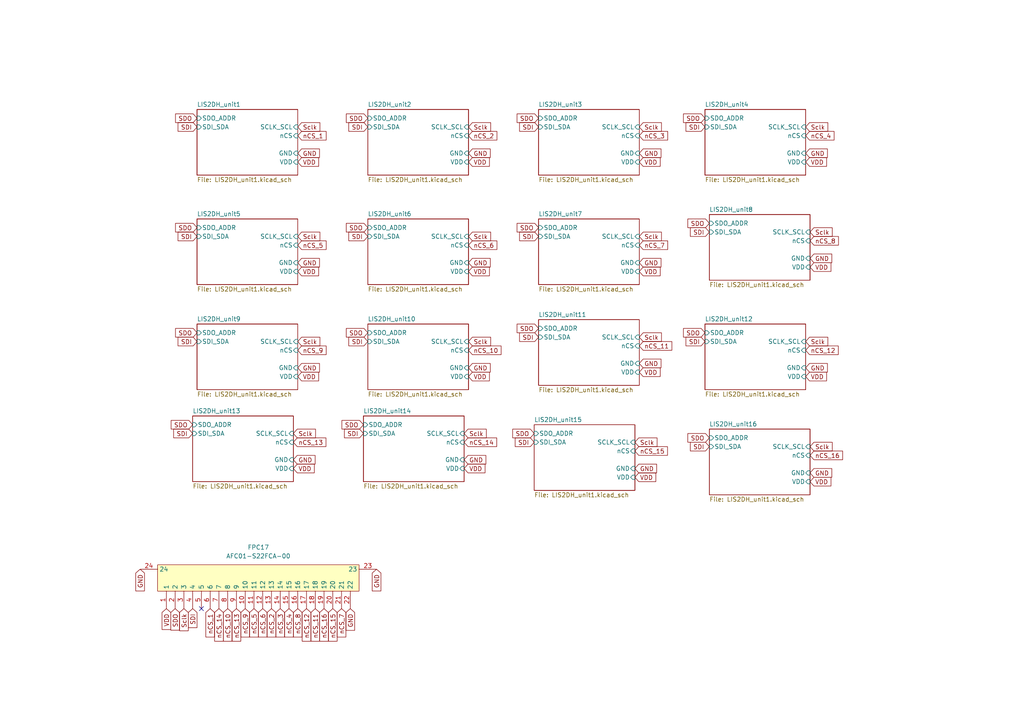
<source format=kicad_sch>
(kicad_sch (version 20231120) (generator "eeschema") (generator_version "8.0")
  (paper "A4")
  (title_block (title "Vibraptic Grid 9x9") (date "2023-05-18") (rev "1.0") (company "Imperial College") (comment 1 "Author: Alexis DEVILLARD"))
  (lib_symbols
    (symbol "00_lcsc:AFC01-S22FCA-00"
      (property "Reference" "FPC" (at 0 39.37 0))
      (property "Value" "AFC01-S22FCA-00" (at 0 -39.37 0))
      (symbol "AFC01-S22FCA-00_0_1"
        (rectangle (start -1.27 29.21) (end 6.35 -29.21) (fill (type background)))
        (pin unspecified line (at -6.35 26.67 0) (length 5.08) (name "1") (number "1"))
        (pin unspecified line (at -6.35 3.81 0) (length 5.08) (name "10") (number "10"))
        (pin unspecified line (at -6.35 1.27 0) (length 5.08) (name "11") (number "11"))
        (pin unspecified line (at -6.35 -1.27 0) (length 5.08) (name "12") (number "12"))
        (pin unspecified line (at -6.35 -3.81 0) (length 5.08) (name "13") (number "13"))
        (pin unspecified line (at -6.35 -6.35 0) (length 5.08) (name "14") (number "14"))
        (pin unspecified line (at -6.35 -8.89 0) (length 5.08) (name "15") (number "15"))
        (pin unspecified line (at -6.35 -11.43 0) (length 5.08) (name "16") (number "16"))
        (pin unspecified line (at -6.35 -13.97 0) (length 5.08) (name "17") (number "17"))
        (pin unspecified line (at -6.35 -16.51 0) (length 5.08) (name "18") (number "18"))
        (pin unspecified line (at -6.35 -19.05 0) (length 5.08) (name "19") (number "19"))
        (pin unspecified line (at -6.35 24.13 0) (length 5.08) (name "2") (number "2"))
        (pin unspecified line (at -6.35 -21.59 0) (length 5.08) (name "20") (number "20"))
        (pin unspecified line (at -6.35 -24.13 0) (length 5.08) (name "21") (number "21"))
        (pin unspecified line (at -6.35 -26.67 0) (length 5.08) (name "22") (number "22"))
        (pin unspecified line (at 5.08 -34.29 90) (length 5.08) (name "23") (number "23"))
        (pin unspecified line (at 5.08 34.29 270) (length 5.08) (name "24") (number "24"))
        (pin unspecified line (at -6.35 21.59 0) (length 5.08) (name "3") (number "3"))
        (pin unspecified line (at -6.35 19.05 0) (length 5.08) (name "4") (number "4"))
        (pin unspecified line (at -6.35 16.51 0) (length 5.08) (name "5") (number "5"))
        (pin unspecified line (at -6.35 13.97 0) (length 5.08) (name "6") (number "6"))
        (pin unspecified line (at -6.35 11.43 0) (length 5.08) (name "7") (number "7"))
        (pin unspecified line (at -6.35 8.89 0) (length 5.08) (name "8") (number "8"))
        (pin unspecified line (at -6.35 6.35 0) (length 5.08) (name "9") (number "9"))
      )
    )
  )
  (no_connect (at 58.42 176.53))
  (global_label "SDI" (shape input) (at 57.15 68.58 180) (property "Intersheetrefs" "${INTERSHEET_REFS}" (effects (hide yes))))
  (global_label "Sclk" (shape input) (at 85.09 125.73 0) (property "Intersheetrefs" "${INTERSHEET_REFS}" (effects (hide yes))))
  (global_label "nCS_11" (shape input) (at 91.44 176.53 270) (property "Intersheetrefs" "${INTERSHEET_REFS}" (effects (hide yes))))
  (global_label "SDI" (shape input) (at 105.41 125.73 180) (property "Intersheetrefs" "${INTERSHEET_REFS}" (effects (hide yes))))
  (global_label "VDD" (shape input) (at 185.42 107.95 0) (property "Intersheetrefs" "${INTERSHEET_REFS}" (effects (hide yes))))
  (global_label "VDD" (shape input) (at 85.09 135.89 0) (property "Intersheetrefs" "${INTERSHEET_REFS}" (effects (hide yes))))
  (global_label "GND" (shape input) (at 135.89 106.68 0) (property "Intersheetrefs" "${INTERSHEET_REFS}" (effects (hide yes))))
  (global_label "SDO" (shape input) (at 50.8 176.53 270) (property "Intersheetrefs" "${INTERSHEET_REFS}" (effects (hide yes))))
  (global_label "GND" (shape input) (at 234.95 74.93 0) (property "Intersheetrefs" "${INTERSHEET_REFS}" (effects (hide yes))))
  (global_label "SDO" (shape input) (at 57.15 34.29 180) (property "Intersheetrefs" "${INTERSHEET_REFS}" (effects (hide yes))))
  (global_label "GND" (shape input) (at 40.64 165.1 270) (property "Intersheetrefs" "${INTERSHEET_REFS}" (effects (hide yes))))
  (global_label "VDD" (shape input) (at 234.95 77.47 0) (property "Intersheetrefs" "${INTERSHEET_REFS}" (effects (hide yes))))
  (global_label "GND" (shape input) (at 85.09 133.35 0) (property "Intersheetrefs" "${INTERSHEET_REFS}" (effects (hide yes))))
  (global_label "Sclk" (shape input) (at 86.36 36.83 0) (property "Intersheetrefs" "${INTERSHEET_REFS}" (effects (hide yes))))
  (global_label "SDI" (shape input) (at 154.94 128.27 180) (property "Intersheetrefs" "${INTERSHEET_REFS}" (effects (hide yes))))
  (global_label "SDO" (shape input) (at 205.74 127 180) (property "Intersheetrefs" "${INTERSHEET_REFS}" (effects (hide yes))))
  (global_label "GND" (shape input) (at 109.22 165.1 270) (property "Intersheetrefs" "${INTERSHEET_REFS}" (effects (hide yes))))
  (global_label "nCS_10" (shape input) (at 66.04 176.53 270) (property "Intersheetrefs" "${INTERSHEET_REFS}" (effects (hide yes))))
  (global_label "nCS_1" (shape input) (at 60.96 176.53 270) (property "Intersheetrefs" "${INTERSHEET_REFS}" (effects (hide yes))))
  (global_label "SDI" (shape input) (at 106.68 99.06 180) (property "Intersheetrefs" "${INTERSHEET_REFS}" (effects (hide yes))))
  (global_label "nCS_4" (shape input) (at 83.82 176.53 270) (property "Intersheetrefs" "${INTERSHEET_REFS}" (effects (hide yes))))
  (global_label "nCS_14" (shape input) (at 134.62 128.27 0) (property "Intersheetrefs" "${INTERSHEET_REFS}" (effects (hide yes))))
  (global_label "Sclk" (shape input) (at 184.15 128.27 0) (property "Intersheetrefs" "${INTERSHEET_REFS}" (effects (hide yes))))
  (global_label "Sclk" (shape input) (at 135.89 68.58 0) (property "Intersheetrefs" "${INTERSHEET_REFS}" (effects (hide yes))))
  (global_label "nCS_9" (shape input) (at 71.12 176.53 270) (property "Intersheetrefs" "${INTERSHEET_REFS}" (effects (hide yes))))
  (global_label "SDO" (shape input) (at 106.68 34.29 180) (property "Intersheetrefs" "${INTERSHEET_REFS}" (effects (hide yes))))
  (global_label "SDO" (shape input) (at 57.15 66.04 180) (property "Intersheetrefs" "${INTERSHEET_REFS}" (effects (hide yes))))
  (global_label "SDI" (shape input) (at 205.74 67.31 180) (property "Intersheetrefs" "${INTERSHEET_REFS}" (effects (hide yes))))
  (global_label "SDI" (shape input) (at 204.47 99.06 180) (property "Intersheetrefs" "${INTERSHEET_REFS}" (effects (hide yes))))
  (global_label "nCS_7" (shape input) (at 99.06 176.53 270) (property "Intersheetrefs" "${INTERSHEET_REFS}" (effects (hide yes))))
  (global_label "Sclk" (shape input) (at 53.34 176.53 270) (property "Intersheetrefs" "${INTERSHEET_REFS}" (effects (hide yes))))
  (global_label "nCS_7" (shape input) (at 185.42 71.12 0) (property "Intersheetrefs" "${INTERSHEET_REFS}" (effects (hide yes))))
  (global_label "GND" (shape input) (at 185.42 76.2 0) (property "Intersheetrefs" "${INTERSHEET_REFS}" (effects (hide yes))))
  (global_label "SDO" (shape input) (at 106.68 66.04 180) (property "Intersheetrefs" "${INTERSHEET_REFS}" (effects (hide yes))))
  (global_label "SDI" (shape input) (at 156.21 36.83 180) (property "Intersheetrefs" "${INTERSHEET_REFS}" (effects (hide yes))))
  (global_label "Sclk" (shape input) (at 234.95 67.31 0) (property "Intersheetrefs" "${INTERSHEET_REFS}" (effects (hide yes))))
  (global_label "GND" (shape input) (at 86.36 76.2 0) (property "Intersheetrefs" "${INTERSHEET_REFS}" (effects (hide yes))))
  (global_label "nCS_5" (shape input) (at 86.36 71.12 0) (property "Intersheetrefs" "${INTERSHEET_REFS}" (effects (hide yes))))
  (global_label "VDD" (shape input) (at 134.62 135.89 0) (property "Intersheetrefs" "${INTERSHEET_REFS}" (effects (hide yes))))
  (global_label "SDO" (shape input) (at 204.47 34.29 180) (property "Intersheetrefs" "${INTERSHEET_REFS}" (effects (hide yes))))
  (global_label "SDO" (shape input) (at 57.15 96.52 180) (property "Intersheetrefs" "${INTERSHEET_REFS}" (effects (hide yes))))
  (global_label "GND" (shape input) (at 233.68 44.45 0) (property "Intersheetrefs" "${INTERSHEET_REFS}" (effects (hide yes))))
  (global_label "nCS_2" (shape input) (at 135.89 39.37 0) (property "Intersheetrefs" "${INTERSHEET_REFS}" (effects (hide yes))))
  (global_label "nCS_16" (shape input) (at 234.95 132.08 0) (property "Intersheetrefs" "${INTERSHEET_REFS}" (effects (hide yes))))
  (global_label "GND" (shape input) (at 101.6 176.53 270) (property "Intersheetrefs" "${INTERSHEET_REFS}" (effects (hide yes))))
  (global_label "SDO" (shape input) (at 55.88 123.19 180) (property "Intersheetrefs" "${INTERSHEET_REFS}" (effects (hide yes))))
  (global_label "Sclk" (shape input) (at 86.36 99.06 0) (property "Intersheetrefs" "${INTERSHEET_REFS}" (effects (hide yes))))
  (global_label "SDI" (shape input) (at 156.21 68.58 180) (property "Intersheetrefs" "${INTERSHEET_REFS}" (effects (hide yes))))
  (global_label "SDI" (shape input) (at 205.74 129.54 180) (property "Intersheetrefs" "${INTERSHEET_REFS}" (effects (hide yes))))
  (global_label "nCS_1" (shape input) (at 86.36 39.37 0) (property "Intersheetrefs" "${INTERSHEET_REFS}" (effects (hide yes))))
  (global_label "GND" (shape input) (at 135.89 76.2 0) (property "Intersheetrefs" "${INTERSHEET_REFS}" (effects (hide yes))))
  (global_label "Sclk" (shape input) (at 185.42 97.79 0) (property "Intersheetrefs" "${INTERSHEET_REFS}" (effects (hide yes))))
  (global_label "nCS_16" (shape input) (at 93.98 176.53 270) (property "Intersheetrefs" "${INTERSHEET_REFS}" (effects (hide yes))))
  (global_label "VDD" (shape input) (at 185.42 46.99 0) (property "Intersheetrefs" "${INTERSHEET_REFS}" (effects (hide yes))))
  (global_label "nCS_10" (shape input) (at 135.89 101.6 0) (property "Intersheetrefs" "${INTERSHEET_REFS}" (effects (hide yes))))
  (global_label "SDO" (shape input) (at 156.21 95.25 180) (property "Intersheetrefs" "${INTERSHEET_REFS}" (effects (hide yes))))
  (global_label "SDI" (shape input) (at 156.21 97.79 180) (property "Intersheetrefs" "${INTERSHEET_REFS}" (effects (hide yes))))
  (global_label "nCS_9" (shape input) (at 86.36 101.6 0) (property "Intersheetrefs" "${INTERSHEET_REFS}" (effects (hide yes))))
  (global_label "nCS_6" (shape input) (at 135.89 71.12 0) (property "Intersheetrefs" "${INTERSHEET_REFS}" (effects (hide yes))))
  (global_label "Sclk" (shape input) (at 233.68 36.83 0) (property "Intersheetrefs" "${INTERSHEET_REFS}" (effects (hide yes))))
  (global_label "GND" (shape input) (at 86.36 106.68 0) (property "Intersheetrefs" "${INTERSHEET_REFS}" (effects (hide yes))))
  (global_label "SDI" (shape input) (at 204.47 36.83 180) (property "Intersheetrefs" "${INTERSHEET_REFS}" (effects (hide yes))))
  (global_label "GND" (shape input) (at 134.62 133.35 0) (property "Intersheetrefs" "${INTERSHEET_REFS}" (effects (hide yes))))
  (global_label "Sclk" (shape input) (at 135.89 99.06 0) (property "Intersheetrefs" "${INTERSHEET_REFS}" (effects (hide yes))))
  (global_label "SDO" (shape input) (at 154.94 125.73 180) (property "Intersheetrefs" "${INTERSHEET_REFS}" (effects (hide yes))))
  (global_label "nCS_11" (shape input) (at 185.42 100.33 0) (property "Intersheetrefs" "${INTERSHEET_REFS}" (effects (hide yes))))
  (global_label "SDI" (shape input) (at 57.15 36.83 180) (property "Intersheetrefs" "${INTERSHEET_REFS}" (effects (hide yes))))
  (global_label "VDD" (shape input) (at 135.89 109.22 0) (property "Intersheetrefs" "${INTERSHEET_REFS}" (effects (hide yes))))
  (global_label "nCS_15" (shape input) (at 184.15 130.81 0) (property "Intersheetrefs" "${INTERSHEET_REFS}" (effects (hide yes))))
  (global_label "nCS_5" (shape input) (at 73.66 176.53 270) (property "Intersheetrefs" "${INTERSHEET_REFS}" (effects (hide yes))))
  (global_label "nCS_8" (shape input) (at 234.95 69.85 0) (property "Intersheetrefs" "${INTERSHEET_REFS}" (effects (hide yes))))
  (global_label "SDI" (shape input) (at 55.88 125.73 180) (property "Intersheetrefs" "${INTERSHEET_REFS}" (effects (hide yes))))
  (global_label "Sclk" (shape input) (at 233.68 99.06 0) (property "Intersheetrefs" "${INTERSHEET_REFS}" (effects (hide yes))))
  (global_label "SDO" (shape input) (at 105.41 123.19 180) (property "Intersheetrefs" "${INTERSHEET_REFS}" (effects (hide yes))))
  (global_label "GND" (shape input) (at 135.89 44.45 0) (property "Intersheetrefs" "${INTERSHEET_REFS}" (effects (hide yes))))
  (global_label "VDD" (shape input) (at 185.42 78.74 0) (property "Intersheetrefs" "${INTERSHEET_REFS}" (effects (hide yes))))
  (global_label "GND" (shape input) (at 184.15 135.89 0) (property "Intersheetrefs" "${INTERSHEET_REFS}" (effects (hide yes))))
  (global_label "nCS_12" (shape input) (at 233.68 101.6 0) (property "Intersheetrefs" "${INTERSHEET_REFS}" (effects (hide yes))))
  (global_label "VDD" (shape input) (at 135.89 78.74 0) (property "Intersheetrefs" "${INTERSHEET_REFS}" (effects (hide yes))))
  (global_label "nCS_6" (shape input) (at 76.2 176.53 270) (property "Intersheetrefs" "${INTERSHEET_REFS}" (effects (hide yes))))
  (global_label "VDD" (shape input) (at 86.36 78.74 0) (property "Intersheetrefs" "${INTERSHEET_REFS}" (effects (hide yes))))
  (global_label "nCS_2" (shape input) (at 78.74 176.53 270) (property "Intersheetrefs" "${INTERSHEET_REFS}" (effects (hide yes))))
  (global_label "VDD" (shape input) (at 233.68 46.99 0) (property "Intersheetrefs" "${INTERSHEET_REFS}" (effects (hide yes))))
  (global_label "Sclk" (shape input) (at 234.95 129.54 0) (property "Intersheetrefs" "${INTERSHEET_REFS}" (effects (hide yes))))
  (global_label "nCS_8" (shape input) (at 86.36 176.53 270) (property "Intersheetrefs" "${INTERSHEET_REFS}" (effects (hide yes))))
  (global_label "nCS_13" (shape input) (at 85.09 128.27 0) (property "Intersheetrefs" "${INTERSHEET_REFS}" (effects (hide yes))))
  (global_label "SDI" (shape input) (at 55.88 176.53 270) (property "Intersheetrefs" "${INTERSHEET_REFS}" (effects (hide yes))))
  (global_label "Sclk" (shape input) (at 185.42 68.58 0) (property "Intersheetrefs" "${INTERSHEET_REFS}" (effects (hide yes))))
  (global_label "SDO" (shape input) (at 204.47 96.52 180) (property "Intersheetrefs" "${INTERSHEET_REFS}" (effects (hide yes))))
  (global_label "SDO" (shape input) (at 205.74 64.77 180) (property "Intersheetrefs" "${INTERSHEET_REFS}" (effects (hide yes))))
  (global_label "VDD" (shape input) (at 233.68 109.22 0) (property "Intersheetrefs" "${INTERSHEET_REFS}" (effects (hide yes))))
  (global_label "SDI" (shape input) (at 57.15 99.06 180) (property "Intersheetrefs" "${INTERSHEET_REFS}" (effects (hide yes))))
  (global_label "SDO" (shape input) (at 156.21 66.04 180) (property "Intersheetrefs" "${INTERSHEET_REFS}" (effects (hide yes))))
  (global_label "SDI" (shape input) (at 106.68 36.83 180) (property "Intersheetrefs" "${INTERSHEET_REFS}" (effects (hide yes))))
  (global_label "nCS_12" (shape input) (at 88.9 176.53 270) (property "Intersheetrefs" "${INTERSHEET_REFS}" (effects (hide yes))))
  (global_label "GND" (shape input) (at 233.68 106.68 0) (property "Intersheetrefs" "${INTERSHEET_REFS}" (effects (hide yes))))
  (global_label "nCS_4" (shape input) (at 233.68 39.37 0) (property "Intersheetrefs" "${INTERSHEET_REFS}" (effects (hide yes))))
  (global_label "Sclk" (shape input) (at 135.89 36.83 0) (property "Intersheetrefs" "${INTERSHEET_REFS}" (effects (hide yes))))
  (global_label "VDD" (shape input) (at 86.36 109.22 0) (property "Intersheetrefs" "${INTERSHEET_REFS}" (effects (hide yes))))
  (global_label "GND" (shape input) (at 185.42 44.45 0) (property "Intersheetrefs" "${INTERSHEET_REFS}" (effects (hide yes))))
  (global_label "Sclk" (shape input) (at 134.62 125.73 0) (property "Intersheetrefs" "${INTERSHEET_REFS}" (effects (hide yes))))
  (global_label "nCS_3" (shape input) (at 185.42 39.37 0) (property "Intersheetrefs" "${INTERSHEET_REFS}" (effects (hide yes))))
  (global_label "nCS_14" (shape input) (at 63.5 176.53 270) (property "Intersheetrefs" "${INTERSHEET_REFS}" (effects (hide yes))))
  (global_label "GND" (shape input) (at 86.36 44.45 0) (property "Intersheetrefs" "${INTERSHEET_REFS}" (effects (hide yes))))
  (global_label "VDD" (shape input) (at 86.36 46.99 0) (property "Intersheetrefs" "${INTERSHEET_REFS}" (effects (hide yes))))
  (global_label "Sclk" (shape input) (at 185.42 36.83 0) (property "Intersheetrefs" "${INTERSHEET_REFS}" (effects (hide yes))))
  (global_label "Sclk" (shape input) (at 86.36 68.58 0) (property "Intersheetrefs" "${INTERSHEET_REFS}" (effects (hide yes))))
  (global_label "VDD" (shape input) (at 135.89 46.99 0) (property "Intersheetrefs" "${INTERSHEET_REFS}" (effects (hide yes))))
  (global_label "nCS_15" (shape input) (at 96.52 176.53 270) (property "Intersheetrefs" "${INTERSHEET_REFS}" (effects (hide yes))))
  (global_label "VDD" (shape input) (at 184.15 138.43 0) (property "Intersheetrefs" "${INTERSHEET_REFS}" (effects (hide yes))))
  (global_label "VDD" (shape input) (at 48.26 176.53 270) (property "Intersheetrefs" "${INTERSHEET_REFS}" (effects (hide yes))))
  (global_label "SDO" (shape input) (at 156.21 34.29 180) (property "Intersheetrefs" "${INTERSHEET_REFS}" (effects (hide yes))))
  (global_label "nCS_3" (shape input) (at 81.28 176.53 270) (property "Intersheetrefs" "${INTERSHEET_REFS}" (effects (hide yes))))
  (global_label "GND" (shape input) (at 185.42 105.41 0) (property "Intersheetrefs" "${INTERSHEET_REFS}" (effects (hide yes))))
  (global_label "SDO" (shape input) (at 106.68 96.52 180) (property "Intersheetrefs" "${INTERSHEET_REFS}" (effects (hide yes))))
  (global_label "GND" (shape input) (at 234.95 137.16 0) (property "Intersheetrefs" "${INTERSHEET_REFS}" (effects (hide yes))))
  (global_label "nCS_13" (shape input) (at 68.58 176.53 270) (property "Intersheetrefs" "${INTERSHEET_REFS}" (effects (hide yes))))
  (global_label "SDI" (shape input) (at 106.68 68.58 180) (property "Intersheetrefs" "${INTERSHEET_REFS}" (effects (hide yes))))
  (global_label "VDD" (shape input) (at 234.95 139.7 0) (property "Intersheetrefs" "${INTERSHEET_REFS}" (effects (hide yes))))
  (symbol (lib_id "00_lcsc:AFC01-S22FCA-00") (at 74.93 170.18 90) (unit 1)
    (property "Reference" "FPC17" (at 74.93 158.75 90))
    (property "Value" "AFC01-S22FCA-00" (at 74.93 161.29 90))
    (property "Footprint" "00_lcsc:FPC-SMD_P0.5-22P_FGS-XJ-H2.0" (effects (hide yes)))
    (property "Datasheet" "https://lcsc.com/product-detail/Others_JUSHUO-AFC01-S22FCA-00_C262668.html" (effects (hide yes)))
    (property "LCSC Part" "C262668" (effects (hide yes)))
  )
  (sheet (at 57.15 93.98) (size 29.21 19.05) (stroke (width 0.1524))
    (property "Sheetname" "LIS2DH_unit9" (at 57.15 93.2684 0) (effects (justify left bottom)))
    (property "Sheetfile" "LIS2DH_unit1.kicad_sch" (at 57.15 113.6146 0) (effects (justify left top)))
    (pin "GND" input (at 86.36 106.68 0))
    (pin "SDO_ADDR" input (at 57.15 96.52 180))
    (pin "SDI_SDA" input (at 57.15 99.06 180))
    (pin "nCS" input (at 86.36 101.6 0))
    (pin "SCLK_SCL" input (at 86.36 99.06 0))
    (pin "VDD" input (at 86.36 109.22 0))
  )
  (sheet (at 156.21 92.71) (size 29.21 19.05) (stroke (width 0.1524))
    (property "Sheetname" "LIS2DH_unit11" (at 156.21 91.9984 0) (effects (justify left bottom)))
    (property "Sheetfile" "LIS2DH_unit1.kicad_sch" (at 156.21 112.3446 0) (effects (justify left top)))
    (pin "GND" input (at 185.42 105.41 0))
    (pin "SDO_ADDR" input (at 156.21 95.25 180))
    (pin "SDI_SDA" input (at 156.21 97.79 180))
    (pin "nCS" input (at 185.42 100.33 0))
    (pin "SCLK_SCL" input (at 185.42 97.79 0))
    (pin "VDD" input (at 185.42 107.95 0))
  )
  (sheet (at 105.41 120.65) (size 29.21 19.05) (stroke (width 0.1524))
    (property "Sheetname" "LIS2DH_unit14" (at 105.41 119.9384 0) (effects (justify left bottom)))
    (property "Sheetfile" "LIS2DH_unit1.kicad_sch" (at 105.41 140.2846 0) (effects (justify left top)))
    (pin "GND" input (at 134.62 133.35 0))
    (pin "SDO_ADDR" input (at 105.41 123.19 180))
    (pin "SDI_SDA" input (at 105.41 125.73 180))
    (pin "nCS" input (at 134.62 128.27 0))
    (pin "SCLK_SCL" input (at 134.62 125.73 0))
    (pin "VDD" input (at 134.62 135.89 0))
  )
  (sheet (at 204.47 31.75) (size 29.21 19.05) (stroke (width 0.1524))
    (property "Sheetname" "LIS2DH_unit4" (at 204.47 31.0384 0) (effects (justify left bottom)))
    (property "Sheetfile" "LIS2DH_unit1.kicad_sch" (at 204.47 51.3846 0) (effects (justify left top)))
    (pin "GND" input (at 233.68 44.45 0))
    (pin "SDO_ADDR" input (at 204.47 34.29 180))
    (pin "SDI_SDA" input (at 204.47 36.83 180))
    (pin "nCS" input (at 233.68 39.37 0))
    (pin "SCLK_SCL" input (at 233.68 36.83 0))
    (pin "VDD" input (at 233.68 46.99 0))
  )
  (sheet (at 57.15 63.5) (size 29.21 19.05) (stroke (width 0.1524))
    (property "Sheetname" "LIS2DH_unit5" (at 57.15 62.7884 0) (effects (justify left bottom)))
    (property "Sheetfile" "LIS2DH_unit1.kicad_sch" (at 57.15 83.1346 0) (effects (justify left top)))
    (pin "GND" input (at 86.36 76.2 0))
    (pin "SDO_ADDR" input (at 57.15 66.04 180))
    (pin "SDI_SDA" input (at 57.15 68.58 180))
    (pin "nCS" input (at 86.36 71.12 0))
    (pin "SCLK_SCL" input (at 86.36 68.58 0))
    (pin "VDD" input (at 86.36 78.74 0))
  )
  (sheet (at 106.68 93.98) (size 29.21 19.05) (stroke (width 0.1524))
    (property "Sheetname" "LIS2DH_unit10" (at 106.68 93.2684 0) (effects (justify left bottom)))
    (property "Sheetfile" "LIS2DH_unit1.kicad_sch" (at 106.68 113.6146 0) (effects (justify left top)))
    (pin "GND" input (at 135.89 106.68 0))
    (pin "SDO_ADDR" input (at 106.68 96.52 180))
    (pin "SDI_SDA" input (at 106.68 99.06 180))
    (pin "nCS" input (at 135.89 101.6 0))
    (pin "SCLK_SCL" input (at 135.89 99.06 0))
    (pin "VDD" input (at 135.89 109.22 0))
  )
  (sheet (at 204.47 93.98) (size 29.21 19.05) (stroke (width 0.1524))
    (property "Sheetname" "LIS2DH_unit12" (at 204.47 93.2684 0) (effects (justify left bottom)))
    (property "Sheetfile" "LIS2DH_unit1.kicad_sch" (at 204.47 113.6146 0) (effects (justify left top)))
    (pin "GND" input (at 233.68 106.68 0))
    (pin "SDO_ADDR" input (at 204.47 96.52 180))
    (pin "SDI_SDA" input (at 204.47 99.06 180))
    (pin "nCS" input (at 233.68 101.6 0))
    (pin "SCLK_SCL" input (at 233.68 99.06 0))
    (pin "VDD" input (at 233.68 109.22 0))
  )
  (sheet (at 106.68 31.75) (size 29.21 19.05) (stroke (width 0.1524))
    (property "Sheetname" "LIS2DH_unit2" (at 106.68 31.0384 0) (effects (justify left bottom)))
    (property "Sheetfile" "LIS2DH_unit1.kicad_sch" (at 106.68 51.3846 0) (effects (justify left top)))
    (pin "GND" input (at 135.89 44.45 0))
    (pin "SDO_ADDR" input (at 106.68 34.29 180))
    (pin "SDI_SDA" input (at 106.68 36.83 180))
    (pin "nCS" input (at 135.89 39.37 0))
    (pin "SCLK_SCL" input (at 135.89 36.83 0))
    (pin "VDD" input (at 135.89 46.99 0))
  )
  (sheet (at 205.74 124.46) (size 29.21 19.05) (stroke (width 0.1524))
    (property "Sheetname" "LIS2DH_unit16" (at 205.74 123.7484 0) (effects (justify left bottom)))
    (property "Sheetfile" "LIS2DH_unit1.kicad_sch" (at 205.74 144.0946 0) (effects (justify left top)))
    (pin "GND" input (at 234.95 137.16 0))
    (pin "SDO_ADDR" input (at 205.74 127 180))
    (pin "SDI_SDA" input (at 205.74 129.54 180))
    (pin "nCS" input (at 234.95 132.08 0))
    (pin "SCLK_SCL" input (at 234.95 129.54 0))
    (pin "VDD" input (at 234.95 139.7 0))
  )
  (sheet (at 55.88 120.65) (size 29.21 19.05) (stroke (width 0.1524))
    (property "Sheetname" "LIS2DH_unit13" (at 55.88 119.9384 0) (effects (justify left bottom)))
    (property "Sheetfile" "LIS2DH_unit1.kicad_sch" (at 55.88 140.2846 0) (effects (justify left top)))
    (pin "GND" input (at 85.09 133.35 0))
    (pin "SDO_ADDR" input (at 55.88 123.19 180))
    (pin "SDI_SDA" input (at 55.88 125.73 180))
    (pin "nCS" input (at 85.09 128.27 0))
    (pin "SCLK_SCL" input (at 85.09 125.73 0))
    (pin "VDD" input (at 85.09 135.89 0))
  )
  (sheet (at 106.68 63.5) (size 29.21 19.05) (stroke (width 0.1524))
    (property "Sheetname" "LIS2DH_unit6" (at 106.68 62.7884 0) (effects (justify left bottom)))
    (property "Sheetfile" "LIS2DH_unit1.kicad_sch" (at 106.68 83.1346 0) (effects (justify left top)))
    (pin "GND" input (at 135.89 76.2 0))
    (pin "SDO_ADDR" input (at 106.68 66.04 180))
    (pin "SDI_SDA" input (at 106.68 68.58 180))
    (pin "nCS" input (at 135.89 71.12 0))
    (pin "SCLK_SCL" input (at 135.89 68.58 0))
    (pin "VDD" input (at 135.89 78.74 0))
  )
  (sheet (at 57.15 31.75) (size 29.21 19.05) (stroke (width 0.1524))
    (property "Sheetname" "LIS2DH_unit1" (at 57.15 31.0384 0) (effects (justify left bottom)))
    (property "Sheetfile" "LIS2DH_unit1.kicad_sch" (at 57.15 51.3846 0) (effects (justify left top)))
    (pin "GND" input (at 86.36 44.45 0))
    (pin "SDO_ADDR" input (at 57.15 34.29 180))
    (pin "nCS" input (at 86.36 39.37 0))
    (pin "SCLK_SCL" input (at 86.36 36.83 0))
    (pin "VDD" input (at 86.36 46.99 0))
    (pin "SDI_SDA" input (at 57.15 36.83 180))
  )
  (sheet (at 156.21 31.75) (size 29.21 19.05) (stroke (width 0.1524))
    (property "Sheetname" "LIS2DH_unit3" (at 156.21 31.0384 0) (effects (justify left bottom)))
    (property "Sheetfile" "LIS2DH_unit1.kicad_sch" (at 156.21 51.3846 0) (effects (justify left top)))
    (pin "GND" input (at 185.42 44.45 0))
    (pin "SDO_ADDR" input (at 156.21 34.29 180))
    (pin "SDI_SDA" input (at 156.21 36.83 180))
    (pin "nCS" input (at 185.42 39.37 0))
    (pin "SCLK_SCL" input (at 185.42 36.83 0))
    (pin "VDD" input (at 185.42 46.99 0))
  )
  (sheet (at 154.94 123.19) (size 29.21 19.05) (stroke (width 0.1524))
    (property "Sheetname" "LIS2DH_unit15" (at 154.94 122.4784 0) (effects (justify left bottom)))
    (property "Sheetfile" "LIS2DH_unit1.kicad_sch" (at 154.94 142.8246 0) (effects (justify left top)))
    (pin "GND" input (at 184.15 135.89 0))
    (pin "SDO_ADDR" input (at 154.94 125.73 180))
    (pin "SDI_SDA" input (at 154.94 128.27 180))
    (pin "nCS" input (at 184.15 130.81 0))
    (pin "SCLK_SCL" input (at 184.15 128.27 0))
    (pin "VDD" input (at 184.15 138.43 0))
  )
  (sheet (at 205.74 62.23) (size 29.21 19.05) (stroke (width 0.1524))
    (property "Sheetname" "LIS2DH_unit8" (at 205.74 61.5184 0) (effects (justify left bottom)))
    (property "Sheetfile" "LIS2DH_unit1.kicad_sch" (at 205.74 81.8646 0) (effects (justify left top)))
    (pin "GND" input (at 234.95 74.93 0))
    (pin "SDO_ADDR" input (at 205.74 64.77 180))
    (pin "SDI_SDA" input (at 205.74 67.31 180))
    (pin "nCS" input (at 234.95 69.85 0))
    (pin "SCLK_SCL" input (at 234.95 67.31 0))
    (pin "VDD" input (at 234.95 77.47 0))
  )
  (sheet (at 156.21 63.5) (size 29.21 19.05) (stroke (width 0.1524))
    (property "Sheetname" "LIS2DH_unit7" (at 156.21 62.7884 0) (effects (justify left bottom)))
    (property "Sheetfile" "LIS2DH_unit1.kicad_sch" (at 156.21 83.1346 0) (effects (justify left top)))
    (pin "GND" input (at 185.42 76.2 0))
    (pin "SDO_ADDR" input (at 156.21 66.04 180))
    (pin "SDI_SDA" input (at 156.21 68.58 180))
    (pin "nCS" input (at 185.42 71.12 0))
    (pin "SCLK_SCL" input (at 185.42 68.58 0))
    (pin "VDD" input (at 185.42 78.74 0))
  )
)
</source>
